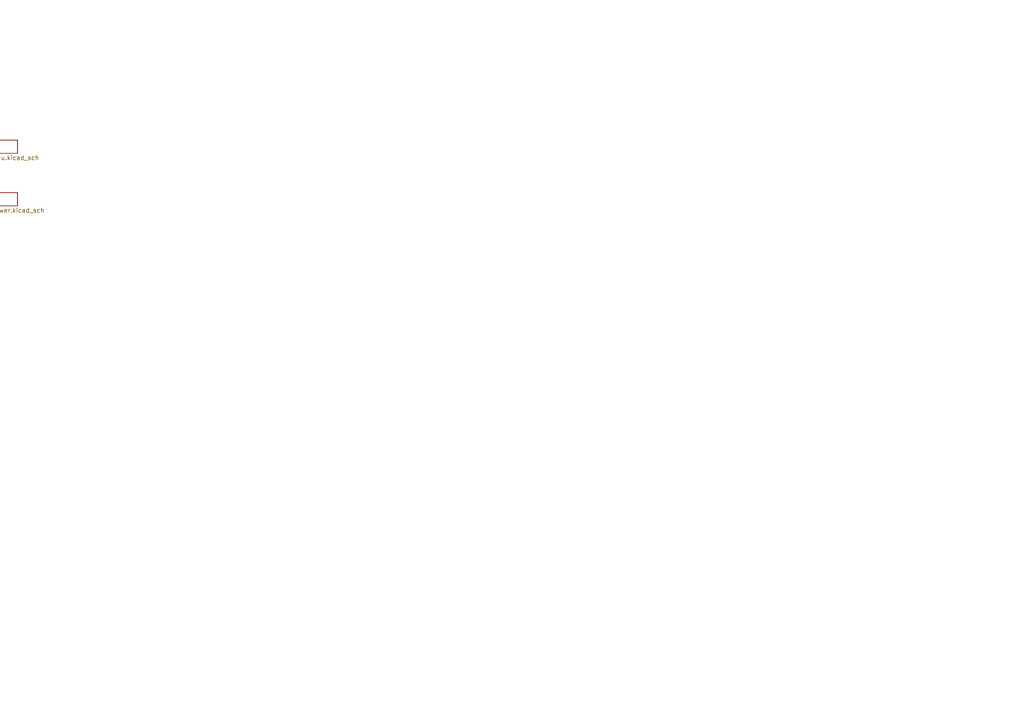
<source format=kicad_sch>
(kicad_sch
	(version 20250114)
	(generator "eeschema")
	(generator_version "9.0")
	(uuid "6bfeada4-0da3-4bdd-af4a-70929e466b35")
	(paper "A4")
	(lib_symbols)
	(sheet
		(at -7.62 55.88)
		(size 12.7 3.81)
		(exclude_from_sim no)
		(in_bom yes)
		(on_board yes)
		(dnp no)
		(fields_autoplaced yes)
		(stroke
			(width 0.1524)
			(type solid)
		)
		(fill
			(color 0 0 0 0.0000)
		)
		(uuid "17cd243b-0ed3-4c80-b4b5-c33d52f301e8")
		(property "Sheetname" "Power"
			(at -7.62 55.1684 0)
			(effects
				(font
					(size 1.27 1.27)
				)
				(justify left bottom)
			)
		)
		(property "Sheetfile" "power.kicad_sch"
			(at -7.62 60.2746 0)
			(effects
				(font
					(size 1.27 1.27)
				)
				(justify left top)
			)
		)
		(instances
			(project "defcon-sstv-badge"
				(path "/6bfeada4-0da3-4bdd-af4a-70929e466b35"
					(page "3")
				)
			)
		)
	)
	(sheet
		(at -7.62 40.64)
		(size 12.7 3.81)
		(exclude_from_sim no)
		(in_bom yes)
		(on_board yes)
		(dnp no)
		(fields_autoplaced yes)
		(stroke
			(width 0.1524)
			(type solid)
		)
		(fill
			(color 0 0 0 0.0000)
		)
		(uuid "1cd19f8e-9dd8-4d11-a3db-45fa5ed6d9f6")
		(property "Sheetname" "MCU"
			(at -7.62 39.9284 0)
			(effects
				(font
					(size 1.27 1.27)
				)
				(justify left bottom)
			)
		)
		(property "Sheetfile" "mcu.kicad_sch"
			(at -7.62 45.0346 0)
			(effects
				(font
					(size 1.27 1.27)
				)
				(justify left top)
			)
		)
		(instances
			(project "defcon-sstv-badge"
				(path "/6bfeada4-0da3-4bdd-af4a-70929e466b35"
					(page "2")
				)
			)
		)
	)
	(sheet_instances
		(path "/"
			(page "1")
		)
	)
	(embedded_fonts no)
)

</source>
